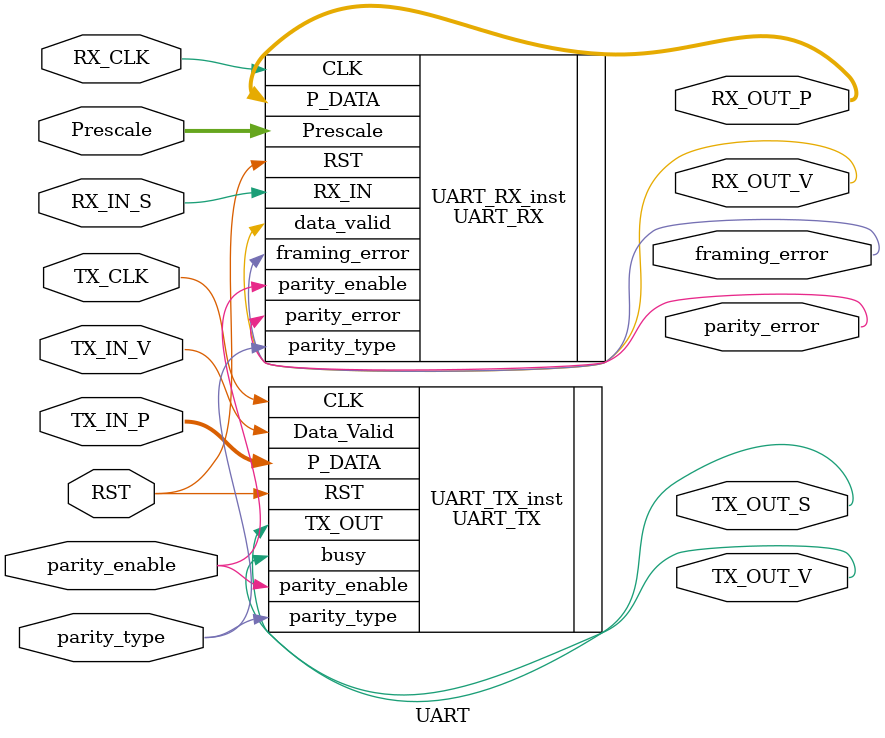
<source format=sv>
module UART #(
    parameter int DATA_WIDTH = 8
) (
    input  logic                     RST,
    input  logic                     TX_CLK,
    input  logic                     RX_CLK,
    input  logic                     RX_IN_S,
    output logic [DATA_WIDTH-1:0]    RX_OUT_P, 
    output logic                     RX_OUT_V,
    input  logic [DATA_WIDTH-1:0]    TX_IN_P, 
    input  logic                     TX_IN_V, 
    output logic                     TX_OUT_S,
    output logic                     TX_OUT_V,  
    input  logic [5:0]               Prescale, 
    input  logic                     parity_enable,
    input  logic                     parity_type,
    output logic                     parity_error,
    output logic                     framing_error
);

    UART_TX #(
        .DATA_WIDTH(DATA_WIDTH)
    ) UART_TX_inst (
        .CLK            (TX_CLK),
        .RST            (RST),
        .P_DATA         (TX_IN_P),
        .Data_Valid     (TX_IN_V),
        .parity_enable  (parity_enable),
        .parity_type    (parity_type), 
        .TX_OUT         (TX_OUT_S),
        .busy           (TX_OUT_V)
    );
 
    UART_RX #(
        .DATA_WIDTH(DATA_WIDTH)
    ) UART_RX_inst (
        .CLK            (RX_CLK),
        .RST            (RST),
        .RX_IN          (RX_IN_S),
        .Prescale       (Prescale),
        .parity_enable  (parity_enable),
        .parity_type    (parity_type),
        .P_DATA         (RX_OUT_P), 
        .data_valid     (RX_OUT_V),
        .parity_error   (parity_error),
        .framing_error  (framing_error)
    );

endmodule
</source>
